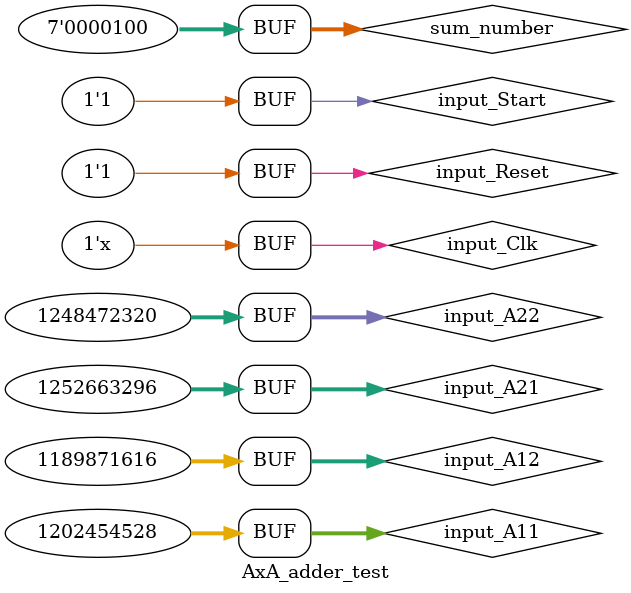
<source format=v>
`timescale 1ns / 1ps


module AxA_adder_test;

	// Inputs
	reg [31:0] input_A11;
	reg [31:0] input_A12;
	reg [31:0] input_A21;
	reg [31:0] input_A22;
	reg input_Clk;
	reg input_Reset;
	reg input_Start;
	reg [6:0] sum_number;

	// Outputs
	wire output_free;
	wire output_Stable;
	wire [31:0] output_C11_sum;
	wire [31:0] output_C12_sum;
	wire [31:0] output_C21_sum;
	wire [31:0] output_C22_sum;

	// Instantiate the Unit Under Test (UUT)
	AxA_adder uut (
		.input_A11(input_A11), 
		.input_A12(input_A12), 
		.input_A21(input_A21), 
		.input_A22(input_A22), 
		.input_Clk(input_Clk), 
		.input_Reset(input_Reset), 
		.input_Start(input_Start), 
		.output_free(output_free), 
		.output_Stable(output_Stable), 
		.output_C11_sum(output_C11_sum), 
		.output_C12_sum(output_C12_sum), 
		.output_C21_sum(output_C21_sum), 
		.output_C22_sum(output_C22_sum), 
		.sum_number(sum_number)
	);

	initial begin
		// Initialize Inputs
		input_A11 = 0;
		input_A12 = 0;
		input_A21 = 0;
		input_A22 = 0;
		input_Clk = 0;
		input_Reset = 0;
		input_Start = 0;
		sum_number = 4; //number of add operation is 4

		#23

		input_Reset = 1;

		input_Start = 1;

		input_A11 = 32'b11000000010100000000000000000000; //-3.25
		input_A12 = 32'b10111111010000000000000000000000; //-0.75
		input_A21 = 32'b01000001100011100000000000000000; //17.75
		input_A22 = 32'b11000001101011100000000000000000; //-21.75
		#20
		input_Start = 0;
		#150
		input_Start = 1;
		input_A11 = 32'b01000000010000000000000000000000; //3
		input_A12 = 32'b01000000110000000000000000000000; //6
		input_A21 = 32'b01000000100000000000000000000000; //4
		input_A22 = 32'b01000000101000000000000000000000; //5
		#20
		input_Start = 0;
		#150
		input_Start = 1;
		input_A11 = 32'b11000000010100000000000000000000; //-3.25
		input_A12 = 32'b10111111010000000000000000000000; //-0.75
		input_A21 = 32'b01000001100011100000000000000000; //17.75
		input_A22 = 32'b11000001101011100000000000000000; //-21.75
		#20
		input_Start = 0;
		#150
		input_Start = 1;
		input_A11 = 32'b01000000101011100000000000000000; //5.4375
		input_A12 = 32'b01000010001011000000000000000000; //43
		input_A21 = 32'b00111111111111000000000000000000; //1.96875
		input_A22 = 32'b00111111110000000000000000000000; //1.5
		#20
		input_Start = 0;
		#250
		input_Start = 1;
		input_A11 = 32'b01000111101011000000000000000000; //88064
		input_A12 = 32'b01000110111011000000000000000000; //30208.0
		input_A21 = 32'b01001010101010100010000000000000; //5574656.0
		input_A22 = 32'b01001010011010100010110100000000; //3836736.0
		#20
		input_Start = 0;
		#150
		input_Start = 1;
		input_A11 = 32'b01001010110010000000010000000000; //6554112.0
		input_A12 = 32'b11001010100010000000010000000000; //-4456960.0
		input_A21 = 32'b11001000000101100000000000000000; //-153600.0
		input_A22 = 32'b01000111101011000000000000000000; //88064
		#20
		input_Reset = 0;
		input_Start = 1;
		#50
		input_Start = 1;
		input_Reset = 1;
		input_A11 = 32'b01000111101011000000000000000000; //88064
		input_A12 = 32'b01000110111011000000000000000000; //30208.0
		input_A21 = 32'b01001010101010100010000000000000; //5574656.0
		input_A22 = 32'b01001010011010100010110100000000; //3836736.0



	end
      
	always #10 input_Clk = ~input_Clk;

endmodule


</source>
